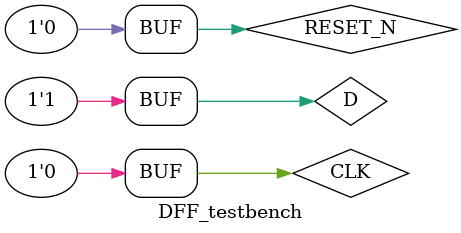
<source format=v>
`timescale 1ns / 1ps


module DFF_testbench(

    );
    
    reg D;
    reg CLK = 0;
    reg RESET_N;
    //reg Q;
    wire Q;
    
    
    DFF Dff1(D, CLK, RESET_N, Q);
    
    always begin 
        D =0;

        RESET_N = 0;
        #5 
        #5 
        #5 RESET_N = 1;
        #5 RESET_N = 0; CLK = 0;
        #5 D = 1;
        #5 
        #5 
        #5 RESET_N = 1;
        #5 RESET_N = 0;
             
    end
    
    always begin 
        #2 CLK = ~CLK;
        end
    
endmodule

</source>
